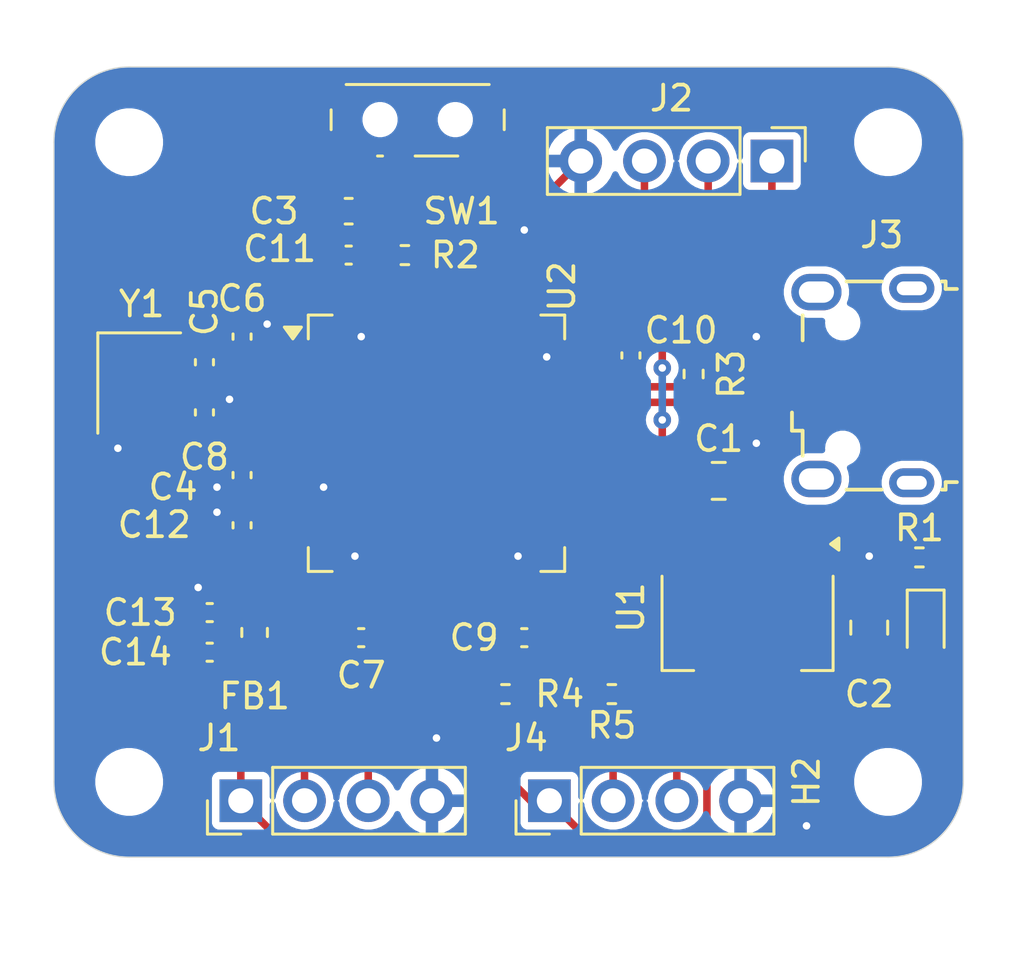
<source format=kicad_pcb>
(kicad_pcb (version 20240108) (generator "pcbnew") (generator_version "8.0")
  (layers (0 "F.Cu" signal) (31 "B.Cu" power) (34 "B.Paste" user) (35 "F.Paste" user) (36 "B.SilkS" user "B.Silkscreen") (37 "F.SilkS" user "F.Silkscreen") (38 "B.Mask" user) (39 "F.Mask" user) (44 "Edge.Cuts" user))
  (net 0 "")
  (net 1 "VBUS")
  (net 2 "GND")
  (net 3 "+3.3V")
  (net 4 "/NRST")
  (net 5 "/HSE_IN")
  (net 6 "/HSE_OUT")
  (net 7 "+3.3VA")
  (net 8 "/PWR_LED_K")
  (net 9 "/USART1_TX")
  (net 10 "/USART1_RX")
  (net 11 "/SWDIO")
  (net 12 "/SWCLK")
  (net 13 "/USB_D+")
  (net 16 "/USB_D-")
  (net 20 "/I2C3_SCL")
  (net 21 "/I2C3_SDA")
  (net 22 "/BOOT0")
  (net 23 "/SW_BOOT0")
  (footprint "Capacitor_SMD:C_0402_1005Metric" (layer "F.Cu") (at 102.96 125.33 180)
    (property "Reference" "C14" (at 2.96 0 0) (layer "F.SilkS"))
    (property "Value" "1u")
    (pad "1" smd roundrect (at -0.48 0 180) (size 0.56 0.62) (layers "F.Cu" "F.Paste" "F.Mask") (net 3 "+3.3V"))
    (pad "2" smd roundrect (at 0.48 0 180) (size 0.56 0.62) (layers "F.Cu" "F.Paste" "F.Mask") (net 2 "GND"))
  )
  (footprint "Resistor_SMD:R_0402_1005Metric" (layer "F.Cu") (at 122.25 114.24 90)
    (property "Reference" "R3" (at -0.01 1.5 -90) (layer "F.SilkS"))
    (property "Value" "1k5")
    (pad "1" smd roundrect (at -0.51 0 90) (size 0.54 0.64) (layers "F.Cu" "F.Paste" "F.Mask") (net 13 "/USB_D+"))
    (pad "2" smd roundrect (at 0.51 0 90) (size 0.54 0.64) (layers "F.Cu" "F.Paste" "F.Mask") (net 3 "+3.3V"))
  )
  (footprint "Capacitor_SMD:C_0402_1005Metric" (layer "F.Cu") (at 102.96 123.75 180)
    (property "Reference" "C13" (at 2.77 0 0) (layer "F.SilkS"))
    (property "Value" "1u")
    (pad "1" smd roundrect (at -0.48 0 180) (size 0.56 0.62) (layers "F.Cu" "F.Paste" "F.Mask") (net 7 "+3.3VA"))
    (pad "2" smd roundrect (at 0.48 0 180) (size 0.56 0.62) (layers "F.Cu" "F.Paste" "F.Mask") (net 2 "GND"))
  )
  (footprint "Capacitor_SMD:C_0402_1005Metric" (layer "F.Cu") (at 102.75 113.77 90)
    (property "Reference" "C5" (at 2.02 0 -90) (layer "F.SilkS"))
    (property "Value" "10p")
    (pad "1" smd roundrect (at -0.48 0 90) (size 0.56 0.62) (layers "F.Cu" "F.Paste" "F.Mask") (net 5 "/HSE_IN"))
    (pad "2" smd roundrect (at 0.48 0 90) (size 0.56 0.62) (layers "F.Cu" "F.Paste" "F.Mask") (net 2 "GND"))
  )
  (footprint "Inductor_SMD:L_0603_1608Metric" (layer "F.Cu") (at 104.75 124.5425 -90)
    (property "Reference" "FB1" (at 2.5375 0 180) (layer "F.SilkS"))
    (property "Value" "120R")
    (pad "1" smd roundrect (at -0.7875 0 270) (size 0.875 0.95) (layers "F.Cu" "F.Paste" "F.Mask") (net 7 "+3.3VA"))
    (pad "2" smd roundrect (at 0.7875 0 270) (size 0.875 0.95) (layers "F.Cu" "F.Paste" "F.Mask") (net 3 "+3.3V"))
  )
  (footprint "Resistor_SMD:R_0402_1005Metric" (layer "F.Cu") (at 114.75 127 180)
    (property "Reference" "R4" (at -2.16 0 0) (layer "F.SilkS"))
    (property "Value" "1k5")
    (pad "1" smd roundrect (at -0.51 0 180) (size 0.54 0.64) (layers "F.Cu" "F.Paste" "F.Mask") (net 20 "/I2C3_SCL"))
    (pad "2" smd roundrect (at 0.51 0 180) (size 0.54 0.64) (layers "F.Cu" "F.Paste" "F.Mask") (net 3 "+3.3V"))
  )
  (footprint "Capacitor_SMD:C_0603_1608Metric" (layer "F.Cu") (at 108.5 107.75)
    (property "Reference" "C3" (at -2.975 0 0) (layer "F.SilkS"))
    (property "Value" "10u")
    (pad "1" smd roundrect (at -0.775 0) (size 0.9 0.95) (layers "F.Cu" "F.Paste" "F.Mask") (net 3 "+3.3V"))
    (pad "2" smd roundrect (at 0.775 0) (size 0.9 0.95) (layers "F.Cu" "F.Paste" "F.Mask") (net 2 "GND"))
  )
  (footprint "Capacitor_SMD:C_0402_1005Metric" (layer "F.Cu") (at 115.5 124.75 180)
    (property "Reference" "C9" (at 2 0 180) (layer "F.SilkS"))
    (property "Value" "100n")
    (pad "1" smd roundrect (at -0.48 0 180) (size 0.56 0.62) (layers "F.Cu" "F.Paste" "F.Mask") (net 3 "+3.3V"))
    (pad "2" smd roundrect (at 0.48 0 180) (size 0.56 0.62) (layers "F.Cu" "F.Paste" "F.Mask") (net 2 "GND"))
  )
  (footprint "Capacitor_SMD:C_0402_1005Metric" (layer "F.Cu") (at 104.25 118.27 -90)
    (property "Reference" "C4" (at 0.48 2.75 0) (layer "F.SilkS"))
    (property "Value" "100n")
    (pad "1" smd roundrect (at -0.48 0 270) (size 0.56 0.62) (layers "F.Cu" "F.Paste" "F.Mask") (net 4 "/NRST"))
    (pad "2" smd roundrect (at 0.48 0 270) (size 0.56 0.62) (layers "F.Cu" "F.Paste" "F.Mask") (net 2 "GND"))
  )
  (footprint "Capacitor_SMD:C_0402_1005Metric" (layer "F.Cu") (at 102.75 115.77 90)
    (property "Reference" "C8" (at -1.78 0 0) (layer "F.SilkS"))
    (property "Value" "10p")
    (pad "1" smd roundrect (at -0.48 0 90) (size 0.56 0.62) (layers "F.Cu" "F.Paste" "F.Mask") (net 6 "/HSE_OUT"))
    (pad "2" smd roundrect (at 0.48 0 90) (size 0.56 0.62) (layers "F.Cu" "F.Paste" "F.Mask") (net 2 "GND"))
  )
  (footprint "Connector_PinHeader_2.54mm:PinHeader_1x04_P2.54mm_Vertical" (layer "F.Cu") (at 116.5 131.25 90)
    (property "Reference" "J4" (at 2.5 -0.92 180) (layer "F.SilkS"))
    (property "Value" "Conn_01x04_Pin")
    (pad "1" thru_hole rect (at 0 0 90) (size 1.7 1.7) (drill 1) (layers "*.Cu" "*.Mask") (net 3 "+3.3V"))
    (pad "2" thru_hole oval (at 0 2.54 90) (size 1.7 1.7) (drill 1) (layers "*.Cu" "*.Mask") (net 20 "/I2C3_SCL"))
    (pad "3" thru_hole oval (at 0 5.08 90) (size 1.7 1.7) (drill 1) (layers "*.Cu" "*.Mask") (net 21 "/I2C3_SDA"))
    (pad "4" thru_hole oval (at 0 7.62 90) (size 1.7 1.7) (drill 1) (layers "*.Cu" "*.Mask") (net 2 "GND"))
  )
  (footprint "Package_QFP:LQFP-64_10x10mm_P0.5mm" (layer "F.Cu") (at 112 117)
    (property "Reference" "U2" (at 5 -6.25 90) (layer "F.SilkS"))
    (property "Value" "STM32F302R8")
    (pad "1" smd roundrect (at -5.675 -3.75) (size 1.55 0.3) (layers "F.Cu" "F.Paste" "F.Mask") (net 3 "+3.3V"))
    (pad "2" smd roundrect (at -5.675 -3.25) (size 1.55 0.3) (layers "F.Cu" "F.Paste" "F.Mask"))
    (pad "3" smd roundrect (at -5.675 -2.75) (size 1.55 0.3) (layers "F.Cu" "F.Paste" "F.Mask"))
    (pad "4" smd roundrect (at -5.675 -2.25) (size 1.55 0.3) (layers "F.Cu" "F.Paste" "F.Mask"))
    (pad "5" smd roundrect (at -5.675 -1.75) (size 1.55 0.3) (layers "F.Cu" "F.Paste" "F.Mask") (net 5 "/HSE_IN"))
    (pad "6" smd roundrect (at -5.675 -1.25) (size 1.55 0.3) (layers "F.Cu" "F.Paste" "F.Mask") (net 6 "/HSE_OUT"))
    (pad "7" smd roundrect (at -5.675 -0.75) (size 1.55 0.3) (layers "F.Cu" "F.Paste" "F.Mask") (net 4 "/NRST"))
    (pad "8" smd roundrect (at -5.675 -0.25) (size 1.55 0.3) (layers "F.Cu" "F.Paste" "F.Mask"))
    (pad "9" smd roundrect (at -5.675 0.25) (size 1.55 0.3) (layers "F.Cu" "F.Paste" "F.Mask"))
    (pad "10" smd roundrect (at -5.675 0.75) (size 1.55 0.3) (layers "F.Cu" "F.Paste" "F.Mask"))
    (pad "11" smd roundrect (at -5.675 1.25) (size 1.55 0.3) (layers "F.Cu" "F.Paste" "F.Mask"))
    (pad "12" smd roundrect (at -5.675 1.75) (size 1.55 0.3) (layers "F.Cu" "F.Paste" "F.Mask") (net 2 "GND"))
    (pad "13" smd roundrect (at -5.675 2.25) (size 1.55 0.3) (layers "F.Cu" "F.Paste" "F.Mask") (net 7 "+3.3VA"))
    (pad "14" smd roundrect (at -5.675 2.75) (size 1.55 0.3) (layers "F.Cu" "F.Paste" "F.Mask"))
    (pad "15" smd roundrect (at -5.675 3.25) (size 1.55 0.3) (layers "F.Cu" "F.Paste" "F.Mask"))
    (pad "16" smd roundrect (at -5.675 3.75) (size 1.55 0.3) (layers "F.Cu" "F.Paste" "F.Mask"))
    (pad "17" smd roundrect (at -3.75 5.675) (size 0.3 1.55) (layers "F.Cu" "F.Paste" "F.Mask"))
    (pad "18" smd roundrect (at -3.25 5.675) (size 0.3 1.55) (layers "F.Cu" "F.Paste" "F.Mask") (net 2 "GND"))
    (pad "19" smd roundrect (at -2.75 5.675) (size 0.3 1.55) (layers "F.Cu" "F.Paste" "F.Mask") (net 3 "+3.3V"))
    (pad "20" smd roundrect (at -2.25 5.675) (size 0.3 1.55) (layers "F.Cu" "F.Paste" "F.Mask"))
    (pad "21" smd roundrect (at -1.75 5.675) (size 0.3 1.55) (layers "F.Cu" "F.Paste" "F.Mask"))
    (pad "22" smd roundrect (at -1.25 5.675) (size 0.3 1.55) (layers "F.Cu" "F.Paste" "F.Mask"))
    (pad "23" smd roundrect (at -0.75 5.675) (size 0.3 1.55) (layers "F.Cu" "F.Paste" "F.Mask"))
    (pad "24" smd roundrect (at -0.25 5.675) (size 0.3 1.55) (layers "F.Cu" "F.Paste" "F.Mask") (net 9 "/USART1_TX"))
    (pad "25" smd roundrect (at 0.25 5.675) (size 0.3 1.55) (layers "F.Cu" "F.Paste" "F.Mask") (net 10 "/USART1_RX"))
    (pad "26" smd roundrect (at 0.75 5.675) (size 0.3 1.55) (layers "F.Cu" "F.Paste" "F.Mask"))
    (pad "27" smd roundrect (at 1.25 5.675) (size 0.3 1.55) (layers "F.Cu" "F.Paste" "F.Mask"))
    (pad "28" smd roundrect (at 1.75 5.675) (size 0.3 1.55) (layers "F.Cu" "F.Paste" "F.Mask"))
    (pad "29" smd roundrect (at 2.25 5.675) (size 0.3 1.55) (layers "F.Cu" "F.Paste" "F.Mask"))
    (pad "30" smd roundrect (at 2.75 5.675) (size 0.3 1.55) (layers "F.Cu" "F.Paste" "F.Mask"))
    (pad "31" smd roundrect (at 3.25 5.675) (size 0.3 1.55) (layers "F.Cu" "F.Paste" "F.Mask") (net 2 "GND"))
    (pad "32" smd roundrect (at 3.75 5.675) (size 0.3 1.55) (layers "F.Cu" "F.Paste" "F.Mask") (net 3 "+3.3V"))
    (pad "33" smd roundrect (at 5.675 3.75) (size 1.55 0.3) (layers "F.Cu" "F.Paste" "F.Mask"))
    (pad "34" smd roundrect (at 5.675 3.25) (size 1.55 0.3) (layers "F.Cu" "F.Paste" "F.Mask"))
    (pad "35" smd roundrect (at 5.675 2.75) (size 1.55 0.3) (layers "F.Cu" "F.Paste" "F.Mask"))
    (pad "36" smd roundrect (at 5.675 2.25) (size 1.55 0.3) (layers "F.Cu" "F.Paste" "F.Mask"))
    (pad "37" smd roundrect (at 5.675 1.75) (size 1.55 0.3) (layers "F.Cu" "F.Paste" "F.Mask"))
    (pad "38" smd roundrect (at 5.675 1.25) (size 1.55 0.3) (layers "F.Cu" "F.Paste" "F.Mask"))
    (pad "39" smd roundrect (at 5.675 0.75) (size 1.55 0.3) (layers "F.Cu" "F.Paste" "F.Mask"))
    (pad "40" smd roundrect (at 5.675 0.25) (size 1.55 0.3) (layers "F.Cu" "F.Paste" "F.Mask"))
    (pad "41" smd roundrect (at 5.675 -0.25) (size 1.55 0.3) (layers "F.Cu" "F.Paste" "F.Mask") (net 20 "/I2C3_SCL"))
    (pad "42" smd roundrect (at 5.675 -0.75) (size 1.55 0.3) (layers "F.Cu" "F.Paste" "F.Mask") (net 21 "/I2C3_SDA"))
    (pad "43" smd roundrect (at 5.675 -1.25) (size 1.55 0.3) (layers "F.Cu" "F.Paste" "F.Mask"))
    (pad "44" smd roundrect (at 5.675 -1.75) (size 1.55 0.3) (layers "F.Cu" "F.Paste" "F.Mask") (net 16 "/USB_D-"))
    (pad "45" smd roundrect (at 5.675 -2.25) (size 1.55 0.3) (layers "F.Cu" "F.Paste" "F.Mask") (net 13 "/USB_D+"))
    (pad "46" smd roundrect (at 5.675 -2.75) (size 1.55 0.3) (layers "F.Cu" "F.Paste" "F.Mask") (net 11 "/SWDIO"))
    (pad "47" smd roundrect (at 5.675 -3.25) (size 1.55 0.3) (layers "F.Cu" "F.Paste" "F.Mask") (net 2 "GND"))
    (pad "48" smd roundrect (at 5.675 -3.75) (size 1.55 0.3) (layers "F.Cu" "F.Paste" "F.Mask") (net 3 "+3.3V"))
    (pad "49" smd roundrect (at 3.75 -5.675) (size 0.3 1.55) (layers "F.Cu" "F.Paste" "F.Mask") (net 12 "/SWCLK"))
    (pad "50" smd roundrect (at 3.25 -5.675) (size 0.3 1.55) (layers "F.Cu" "F.Paste" "F.Mask"))
    (pad "51" smd roundrect (at 2.75 -5.675) (size 0.3 1.55) (layers "F.Cu" "F.Paste" "F.Mask"))
    (pad "52" smd roundrect (at 2.25 -5.675) (size 0.3 1.55) (layers "F.Cu" "F.Paste" "F.Mask"))
    (pad "53" smd roundrect (at 1.75 -5.675) (size 0.3 1.55) (layers "F.Cu" "F.Paste" "F.Mask"))
    (pad "54" smd roundrect (at 1.25 -5.675) (size 0.3 1.55) (layers "F.Cu" "F.Paste" "F.Mask"))
    (pad "55" smd roundrect (at 0.75 -5.675) (size 0.3 1.55) (layers "F.Cu" "F.Paste" "F.Mask"))
    (pad "56" smd roundrect (at 0.25 -5.675) (size 0.3 1.55) (layers "F.Cu" "F.Paste" "F.Mask"))
    (pad "57" smd roundrect (at -0.25 -5.675) (size 0.3 1.55) (layers "F.Cu" "F.Paste" "F.Mask"))
    (pad "58" smd roundrect (at -0.75 -5.675) (size 0.3 1.55) (layers "F.Cu" "F.Paste" "F.Mask"))
    (pad "59" smd roundrect (at -1.25 -5.675) (size 0.3 1.55) (layers "F.Cu" "F.Paste" "F.Mask"))
    (pad "60" smd roundrect (at -1.75 -5.675) (size 0.3 1.55) (layers "F.Cu" "F.Paste" "F.Mask") (net 22 "/BOOT0"))
    (pad "61" smd roundrect (at -2.25 -5.675) (size 0.3 1.55) (layers "F.Cu" "F.Paste" "F.Mask"))
    (pad "62" smd roundrect (at -2.75 -5.675) (size 0.3 1.55) (layers "F.Cu" "F.Paste" "F.Mask"))
    (pad "63" smd roundrect (at -3.25 -5.675) (size 0.3 1.55) (layers "F.Cu" "F.Paste" "F.Mask") (net 2 "GND"))
    (pad "64" smd roundrect (at -3.75 -5.675) (size 0.3 1.55) (layers "F.Cu" "F.Paste" "F.Mask") (net 3 "+3.3V"))
  )
  (footprint "Resistor_SMD:R_0402_1005Metric" (layer "F.Cu") (at 118.99 127)
    (property "Reference" "R5" (at 0 1.25 0) (layer "F.SilkS"))
    (property "Value" "1k5")
    (pad "1" smd roundrect (at -0.51 0) (size 0.54 0.64) (layers "F.Cu" "F.Paste" "F.Mask") (net 21 "/I2C3_SDA"))
    (pad "2" smd roundrect (at 0.51 0) (size 0.54 0.64) (layers "F.Cu" "F.Paste" "F.Mask") (net 3 "+3.3V"))
  )
  (footprint "Capacitor_SMD:C_0402_1005Metric" (layer "F.Cu") (at 104.25 112.75 90)
    (property "Reference" "C6" (at 1.52 0 0) (layer "F.SilkS"))
    (property "Value" "100n")
    (pad "1" smd roundrect (at -0.48 0 90) (size 0.56 0.62) (layers "F.Cu" "F.Paste" "F.Mask") (net 3 "+3.3V"))
    (pad "2" smd roundrect (at 0.48 0 90) (size 0.56 0.62) (layers "F.Cu" "F.Paste" "F.Mask") (net 2 "GND"))
  )
  (footprint "Button_Switch_SMD:SW_SPDT_PCM12" (layer "F.Cu") (at 111.25 104.43 180)
    (property "Reference" "SW1" (at -1.75 -3.32 0) (layer "F.SilkS"))
    (property "Value" "SW_SPDT")
    (pad "" smd rect (at -3.65 -0.78 180) (size 1 0.8) (layers "F.Cu" "F.Paste" "F.Mask"))
    (pad "" smd rect (at -3.65 1.43 180) (size 1 0.8) (layers "F.Cu" "F.Paste" "F.Mask"))
    (pad "" np_thru_hole circle (at -1.5 0.33 180) (size 0.9 0.9) (drill 0.9) (layers "*.Cu" "*.Mask"))
    (pad "" np_thru_hole circle (at 1.5 0.33 180) (size 0.9 0.9) (drill 0.9) (layers "*.Cu" "*.Mask"))
    (pad "" smd rect (at 3.65 -0.78 180) (size 1 0.8) (layers "F.Cu" "F.Paste" "F.Mask"))
    (pad "" smd rect (at 3.65 1.43 180) (size 1 0.8) (layers "F.Cu" "F.Paste" "F.Mask"))
    (pad "1" smd rect (at -2.25 -1.43 180) (size 0.7 1.5) (layers "F.Cu" "F.Paste" "F.Mask") (net 2 "GND"))
    (pad "2" smd rect (at 0.75 -1.43 180) (size 0.7 1.5) (layers "F.Cu" "F.Paste" "F.Mask") (net 23 "/SW_BOOT0"))
    (pad "3" smd rect (at 2.25 -1.43 180) (size 0.7 1.5) (layers "F.Cu" "F.Paste" "F.Mask") (net 3 "+3.3V"))
  )
  (footprint "Connector_PinHeader_2.54mm:PinHeader_1x04_P2.54mm_Vertical" (layer "F.Cu") (at 125.37 105.75 -90)
    (property "Reference" "J2" (at -2.5 4 180) (layer "F.SilkS"))
    (property "Value" "Conn_01x04_Pin")
    (pad "1" thru_hole rect (at 0 0 270) (size 1.7 1.7) (drill 1) (layers "*.Cu" "*.Mask") (net 3 "+3.3V"))
    (pad "2" thru_hole oval (at 0 2.54 270) (size 1.7 1.7) (drill 1) (layers "*.Cu" "*.Mask") (net 11 "/SWDIO"))
    (pad "3" thru_hole oval (at 0 5.08 270) (size 1.7 1.7) (drill 1) (layers "*.Cu" "*.Mask") (net 12 "/SWCLK"))
    (pad "4" thru_hole oval (at 0 7.62 270) (size 1.7 1.7) (drill 1) (layers "*.Cu" "*.Mask") (net 2 "GND"))
  )
  (footprint "MountingHole:MountingHole_2.2mm_M2" (layer "F.Cu") (at 130 130.5)
    (property "Reference" "H2" (at -3.25 0 90) (layer "F.SilkS"))
    (property "Value" "MountingHole")
    (pad "" np_thru_hole circle (at 0 0) (size 2.2 2.2) (drill 2.2) (layers "*.Cu" "*.Mask"))
  )
  (footprint "Connector_PinHeader_2.54mm:PinHeader_1x04_P2.54mm_Vertical" (layer "F.Cu") (at 104.2 131.25 90)
    (property "Reference" "J1" (at 2.5 -0.87 180) (layer "F.SilkS"))
    (property "Value" "Conn_01x04_Pin")
    (pad "1" thru_hole rect (at 0 0 90) (size 1.7 1.7) (drill 1) (layers "*.Cu" "*.Mask") (net 3 "+3.3V"))
    (pad "2" thru_hole oval (at 0 2.54 90) (size 1.7 1.7) (drill 1) (layers "*.Cu" "*.Mask") (net 9 "/USART1_TX"))
    (pad "3" thru_hole oval (at 0 5.08 90) (size 1.7 1.7) (drill 1) (layers "*.Cu" "*.Mask") (net 10 "/USART1_RX"))
    (pad "4" thru_hole oval (at 0 7.62 90) (size 1.7 1.7) (drill 1) (layers "*.Cu" "*.Mask") (net 2 "GND"))
  )
  (footprint "Connector_USB:USB_Micro-B_Wuerth_629105150521" (layer "F.Cu") (at 128.995 114.7 90)
    (property "Reference" "J3" (at 6 0.755 180) (layer "F.SilkS"))
    (property "Value" "USB_B_Micro")
    (pad "" np_thru_hole oval (at -2.5 -0.8 90) (size 0.8 0.8) (drill 0.8) (layers "*.Cu" "*.Mask"))
    (pad "" np_thru_hole oval (at 2.5 -0.8 90) (size 0.8 0.8) (drill 0.8) (layers "*.Cu" "*.Mask"))
    (pad "1" smd rect (at -1.3 -1.9 90) (size 0.45 1.3) (layers "F.Cu" "F.Paste" "F.Mask") (net 1 "VBUS"))
    (pad "2" smd rect (at -0.65 -1.9 90) (size 0.45 1.3) (layers "F.Cu" "F.Paste" "F.Mask") (net 16 "/USB_D-"))
    (pad "3" smd rect (at 0 -1.9 90) (size 0.45 1.3) (layers "F.Cu" "F.Paste" "F.Mask") (net 13 "/USB_D+"))
    (pad "4" smd rect (at 0.65 -1.9 90) (size 0.45 1.3) (layers "F.Cu" "F.Paste" "F.Mask"))
    (pad "5" smd rect (at 1.3 -1.9 90) (size 0.45 1.3) (layers "F.Cu" "F.Paste" "F.Mask") (net 2 "GND"))
    (pad "6" thru_hole oval (at -3.875 1.95 90) (size 1.15 1.8) (drill oval 0.55 1.2) (layers "*.Cu" "*.Mask"))
    (pad "6" thru_hole oval (at -3.725 -1.85 90) (size 1.45 2) (drill oval 0.85 1.4) (layers "*.Cu" "*.Mask"))
    (pad "6" thru_hole oval (at 3.725 -1.85 90) (size 1.45 2) (drill oval 0.85 1.4) (layers "*.Cu" "*.Mask"))
    (pad "6" thru_hole oval (at 3.875 1.95 90) (size 1.15 1.8) (drill oval 0.55 1.2) (layers "*.Cu" "*.Mask"))
  )
  (footprint "Capacitor_SMD:C_0402_1005Metric" (layer "F.Cu") (at 104.25 120.27 90)
    (property "Reference" "C12" (at 0.02 -3.5 0) (layer "F.SilkS"))
    (property "Value" "10n")
    (pad "1" smd roundrect (at -0.48 0 90) (size 0.56 0.62) (layers "F.Cu" "F.Paste" "F.Mask") (net 7 "+3.3VA"))
    (pad "2" smd roundrect (at 0.48 0 90) (size 0.56 0.62) (layers "F.Cu" "F.Paste" "F.Mask") (net 2 "GND"))
  )
  (footprint "Crystal:Crystal_SMD_3225-4Pin_3.2x2.5mm" (layer "F.Cu") (at 100.15 114.6 -90)
    (property "Reference" "Y1" (at -3.15 -0.1 180) (layer "F.SilkS"))
    (property "Value" "16MHz")
    (pad "1" smd rect (at -1.1 0.85 270) (size 1.4 1.2) (layers "F.Cu" "F.Paste" "F.Mask") (net 5 "/HSE_IN"))
    (pad "2" smd rect (at 1.1 0.85 270) (size 1.4 1.2) (layers "F.Cu" "F.Paste" "F.Mask") (net 2 "GND"))
    (pad "3" smd rect (at 1.1 -0.85 270) (size 1.4 1.2) (layers "F.Cu" "F.Paste" "F.Mask") (net 6 "/HSE_OUT"))
    (pad "4" smd rect (at -1.1 -0.85 270) (size 1.4 1.2) (layers "F.Cu" "F.Paste" "F.Mask") (net 2 "GND"))
  )
  (footprint "LED_SMD:LED_0603_1608Metric" (layer "F.Cu") (at 131.5 124.3375 -90)
    (property "Reference" "D1")
    (property "Value" "RED")
    (pad "1" smd roundrect (at -0.7875 0 270) (size 0.875 0.95) (layers "F.Cu" "F.Paste" "F.Mask") (net 8 "/PWR_LED_K"))
    (pad "2" smd roundrect (at 0.7875 0 270) (size 0.875 0.95) (layers "F.Cu" "F.Paste" "F.Mask") (net 3 "+3.3V"))
  )
  (footprint "Package_TO_SOT_SMD:SOT-223-3_TabPin2" (layer "F.Cu") (at 124.4 124.15 -90)
    (property "Reference" "U1" (at -0.6 4.65 90) (layer "F.SilkS"))
    (property "Value" "AMS1117-3.3")
    (pad "1" smd roundrect (at -3.15 -2.3 270) (size 2 1.5) (layers "F.Cu" "F.Paste" "F.Mask") (net 2 "GND"))
    (pad "2" smd roundrect (at -3.15 0 270) (size 2 1.5) (layers "F.Cu" "F.Paste" "F.Mask") (net 3 "+3.3V"))
    (pad "2" smd roundrect (at 3.15 0 270) (size 2 3.8) (layers "F.Cu" "F.Paste" "F.Mask") (net 3 "+3.3V"))
    (pad "3" smd roundrect (at -3.15 2.3 270) (size 2 1.5) (layers "F.Cu" "F.Paste" "F.Mask") (net 1 "VBUS"))
  )
  (footprint "Capacitor_SMD:C_0402_1005Metric" (layer "F.Cu") (at 108.5 109.5)
    (property "Reference" "C11" (at -2.75 -0.25 0) (layer "F.SilkS"))
    (property "Value" "100n")
    (pad "1" smd roundrect (at -0.48 0) (size 0.56 0.62) (layers "F.Cu" "F.Paste" "F.Mask") (net 3 "+3.3V"))
    (pad "2" smd roundrect (at 0.48 0) (size 0.56 0.62) (layers "F.Cu" "F.Paste" "F.Mask") (net 2 "GND"))
  )
  (footprint "MountingHole:MountingHole_2.2mm_M2" (layer "F.Cu") (at 130 105)
    (property "Reference" "H3")
    (property "Value" "MountingHole")
    (pad "" np_thru_hole circle (at 0 0) (size 2.2 2.2) (drill 2.2) (layers "*.Cu" "*.Mask"))
  )
  (footprint "Resistor_SMD:R_0402_1005Metric" (layer "F.Cu") (at 131.25 121.55)
    (property "Reference" "R1" (at 0 -1.17 0) (layer "F.SilkS"))
    (property "Value" "1k5")
    (pad "1" smd roundrect (at -0.51 0) (size 0.54 0.64) (layers "F.Cu" "F.Paste" "F.Mask") (net 2 "GND"))
    (pad "2" smd roundrect (at 0.51 0) (size 0.54 0.64) (layers "F.Cu" "F.Paste" "F.Mask") (net 8 "/PWR_LED_K"))
  )
  (footprint "Capacitor_SMD:C_0402_1005Metric" (layer "F.Cu") (at 109 124.75 180)
    (property "Reference" "C7" (at 0 -1.5 180) (layer "F.SilkS"))
    (property "Value" "100n")
    (pad "1" smd roundrect (at -0.48 0 180) (size 0.56 0.62) (layers "F.Cu" "F.Paste" "F.Mask") (net 3 "+3.3V"))
    (pad "2" smd roundrect (at 0.48 0 180) (size 0.56 0.62) (layers "F.Cu" "F.Paste" "F.Mask") (net 2 "GND"))
  )
  (footprint "MountingHole:MountingHole_2.2mm_M2" (layer "F.Cu") (at 99.75 105)
    (property "Reference" "H4")
    (property "Value" "MountingHole")
    (pad "" np_thru_hole circle (at 0 0) (size 2.2 2.2) (drill 2.2) (layers "*.Cu" "*.Mask"))
  )
  (footprint "Capacitor_SMD:C_0402_1005Metric" (layer "F.Cu") (at 119.75 113.5 -90)
    (property "Reference" "C10" (at -1 -2 180) (layer "F.SilkS"))
    (property "Value" "100n")
    (pad "1" smd roundrect (at -0.48 0 270) (size 0.56 0.62) (layers "F.Cu" "F.Paste" "F.Mask") (net 3 "+3.3V"))
    (pad "2" smd roundrect (at 0.48 0 270) (size 0.56 0.62) (layers "F.Cu" "F.Paste" "F.Mask") (net 2 "GND"))
  )
  (footprint "Capacitor_SMD:C_0805_2012Metric" (layer "F.Cu") (at 123.25 118.5)
    (property "Reference" "C1" (at 0 -1.68 0) (layer "F.SilkS"))
    (property "Value" "22u")
    (pad "1" smd roundrect (at -0.95 0) (size 1 1.45) (layers "F.Cu" "F.Paste" "F.Mask") (net 1 "VBUS"))
    (pad "2" smd roundrect (at 0.95 0) (size 1 1.45) (layers "F.Cu" "F.Paste" "F.Mask") (net 2 "GND"))
  )
  (footprint "Resistor_SMD:R_0402_1005Metric" (layer "F.Cu") (at 110.74 109.5 180)
    (property "Reference" "R2" (at -2.01 0 0) (layer "F.SilkS"))
    (property "Value" "10k")
    (pad "1" smd roundrect (at -0.51 0 180) (size 0.54 0.64) (layers "F.Cu" "F.Paste" "F.Mask") (net 23 "/SW_BOOT0"))
    (pad "2" smd roundrect (at 0.51 0 180) (size 0.54 0.64) (layers "F.Cu" "F.Paste" "F.Mask") (net 22 "/BOOT0"))
  )
  (footprint "Capacitor_SMD:C_0805_2012Metric" (layer "F.Cu") (at 129.25 124.35 90)
    (property "Reference" "C2" (at -2.65 0 180) (layer "F.SilkS"))
    (property "Value" "22u")
    (pad "1" smd roundrect (at -0.95 0 90) (size 1 1.45) (layers "F.Cu" "F.Paste" "F.Mask") (net 3 "+3.3V"))
    (pad "2" smd roundrect (at 0.95 0 90) (size 1 1.45) (layers "F.Cu" "F.Paste" "F.Mask") (net 2 "GND"))
  )
  (footprint "MountingHole:MountingHole_2.2mm_M2" (layer "F.Cu") (at 99.75 130.5)
    (property "Reference" "H1")
    (property "Value" "MountingHole")
    (pad "" np_thru_hole circle (at 0 0) (size 2.2 2.2) (drill 2.2) (layers "*.Cu" "*.Mask"))
  )
  (gr_line (start 133 130.5) (end 133 105) (stroke (width 0.05)) (layer "Edge.Cuts"))
  (gr_arc (start 99.75 133.5) (mid 97.62868 132.62132) (end 96.75 130.5) (stroke (width 0.05)) (layer "Edge.Cuts"))
  (gr_arc (start 96.75 105) (mid 97.62868 102.87868) (end 99.75 102) (stroke (width 0.05)) (layer "Edge.Cuts"))
  (gr_line (start 130 102) (end 99.75 102) (stroke (width 0.05)) (layer "Edge.Cuts"))
  (gr_arc (start 130 102) (mid 132.12132 102.87868) (end 133 105) (stroke (width 0.05)) (layer "Edge.Cuts"))
  (gr_arc (start 133 130.5) (mid 132.12132 132.62132) (end 130 133.5) (stroke (width 0.05)) (layer "Edge.Cuts"))
  (gr_line (start 99.75 133.5) (end 130 133.5) (stroke (width 0.05)) (layer "Edge.Cuts"))
  (gr_line (start 96.75 105) (end 96.75 130.5) (stroke (width 0.05)) (layer "Edge.Cuts"))
  (segment (start 127.095 116) (end 122.5 116) (width 0.3) (layer "F.Cu") (net 1))
  (segment (start 122.3 118.5) (end 122.3 119.7) (width 0.3) (layer "F.Cu") (net 1))
  (segment (start 122.25 116.25) (end 122.25 116.75) (width 0.3) (layer "F.Cu") (net 1))
  (segment (start 122.1 119.9) (end 122.1 121.25) (width 0.3) (layer "F.Cu") (net 1))
  (segment (start 122.5 116) (end 122.25 116.25) (width 0.3) (layer "F.Cu") (net 1))
  (segment (start 122.25 116.75) (end 122.3 116.8) (width 0.3) (layer "F.Cu") (net 1))
  (segment (start 122.3 116.8) (end 122.3 118.5) (width 0.3) (layer "F.Cu") (net 1))
  (segment (start 122.3 119.7) (end 122.1 119.9) (width 0.3) (layer "F.Cu") (net 1))
  (segment (start 124.2 118.5) (end 124.2 117.55) (width 0.3) (layer "F.Cu") (net 2))
  (segment (start 117.675 113.75) (end 118.75 113.75) (width 0.3) (layer "F.Cu") (net 2))
  (segment (start 108.98 110.21688) (end 108.98 109.5) (width 0.3) (layer "F.Cu") (net 2))
  (segment (start 129.3 121.8) (end 129.25 121.75) (width 0.3) (layer "F.Cu") (net 2))
  (segment (start 103.71 115.29) (end 103.75 115.25) (width 0.3) (layer "F.Cu") (net 2))
  (segment (start 103.77 112.27) (end 104.25 112.27) (width 0.3) (layer "F.Cu") (net 2))
  (segment (start 108.75 111.325) (end 108.75 112.5) (width 0.3) (layer "F.Cu") (net 2))
  (segment (start 126.75 132) (end 126.75 132.25) (width 0.3) (layer "F.Cu") (net 2))
  (segment (start 106.325 118.75) (end 107.5 118.75) (width 0.3) (layer "F.Cu") (net 2))
  (segment (start 115.25 122.675) (end 115.25 121.5) (width 0.3) (layer "F.Cu") (net 2))
  (segment (start 129.25 123.15) (end 129.25 121.5) (width 0.3) (layer "F.Cu") (net 2))
  (segment (start 113.5 105.86) (end 113.61 105.86) (width 0.3) (layer "F.Cu") (net 2))
  (segment (start 108.75 122.675) (end 108.75 121.5) (width 0.3) (layer "F.Cu") (net 2))
  (segment (start 115.625 107.875) (end 115.5 108) (width 0.3) (layer "F.Cu") (net 2))
  (segment (start 126 131.25) (end 126.5 131.75) (width 0.3) (layer "F.Cu") (net 2))
  (segment (start 108.52 124.02) (end 108.52 124.75) (width 0.3) (layer "F.Cu") (net 2))
  (segment (start 102.75 113.29) (end 103.77 112.27) (width 0.3) (layer "F.Cu") (net 2))
  (segment (start 108.5 124) (end 108.52 124.02) (width 0.3) (layer "F.Cu") (net 2))
  (segment (start 102.75 115.29) (end 103.71 115.29) (width 0.3) (layer "F.Cu") (net 2))
  (segment (start 126.5 131.75) (end 126.75 132) (width 0.3) (layer "F.Cu") (net 2))
  (segment (start 116.585394 113.75) (end 116.393537 113.558143) (width 0.3) (layer "F.Cu") (net 2))
  (segment (start 108.75 122.675) (end 108.75 123.75) (width 0.3) (layer "F.Cu") (net 2))
  (segment (start 99.3 115.7) (end 99.3 117.2) (width 0.3) (layer "F.Cu") (net 2))
  (segment (start 115.5 108) (end 115.5 108.5) (width 0.3) (layer "F.Cu") (net 2))
  (segment (start 99.25 117.25) (end 99.3 117.2) (width 0.3) (layer "F.Cu") (net 2))
  (segment (start 115 124) (end 115.02 124.02) (width 0.3) (layer "F.Cu") (net 2))
  (segment (start 119 114) (end 119.02 113.98) (width 0.3) (layer "F.Cu") (net 2))
  (segment (start 104.25 112.27) (end 105.23 112.27) (width 0.3) (layer "F.Cu") (net 2))
  (segment (start 108.75 110.44688) (end 108.98 110.21688) (width 0.3) (layer "F.Cu") (net 2))
  (segment (start 103.29 119.79) (end 103.25 119.75) (width 0.3) (layer "F.Cu") (net 2))
  (segment (start 102.48 125.33) (end 102.48 123.75) (width 0.3) (layer "F.Cu") (net 2))
  (segment (start 117.75 105.75) (end 115.625 107.875) (width 0.3) (layer "F.Cu") (net 2))
  (segment (start 124.2 117.55) (end 124.75 117) (width 0.3) (layer "F.Cu") (net 2))
  (segment (start 108.98 109.02) (end 109.275 108.725) (width 0.3) (layer "F.Cu") (net 2))
  (segment (start 124.12 131.25) (end 126 131.25) (width 0.3) (layer "F.Cu") (net 2))
  (segment (start 108.75 112.5) (end 109 112.75) (width 0.3) (layer "F.Cu") (net 2))
  (segment (start 102.48 122.77) (end 102.5 122.75) (width 0.3) (layer "F.Cu") (net 2))
  (segment (start 111.82 128.93) (end 112 128.75) (width 0.3) (layer "F.Cu") (net 2))
  (segment (start 111.82 131.25) (end 111.82 128.93) (width 0.3) (layer "F.Cu") (net 2))
  (segment (start 113.61 105.86) (end 115.625 107.875) (width 0.3) (layer "F.Cu") (net 2))
  (segment (start 104.25 118.75) (end 103.25 118.75) (width 0.3) (layer "F.Cu") (net 2))
  (segment (start 105.23 112.27) (end 105.25 112.25) (width 0.3) (layer "F.Cu") (net 2))
  (segment (start 109.275 108.725) (end 109.275 107.75) (width 0.3) (layer "F.Cu") (net 2))
  (segment (start 101.21 113.29) (end 101 113.5) (width 0.3) (layer "F.Cu") (net 2))
  (segment (start 126.7 121) (end 128.75 121) (width 0.3) (layer "F.Cu") (net 2))
  (segment (start 125.4 113.4) (end 124.75 112.75) (width 0.3) (layer "F.Cu") (net 2))
  (segment (start 117.675 113.75) (end 116.585394 113.75) (width 0.3) (layer "F.Cu") (net 2))
  (segment (start 108.98 109.5) (end 108.98 109.02) (width 0.3) (layer "F.Cu") (net 2))
  (segment (start 102.75 113.29) (end 101.21 113.29) (width 0.3) (layer "F.Cu") (net 2))
  (segment (start 130.74 121.55) (end 129.3 121.55) (width 0.3) (layer "F.Cu") (net 2))
  (segment (start 115.25 122.675) (end 115.25 123.75) (width 0.3) (layer "F.Cu") (net 2))
  (segment (start 108.75 123.75) (end 108.5 124) (width 0.3) (layer "F.Cu") (net 2))
  (segment (start 115.02 124.02) (end 115.02 124.75) (width 0.3) (layer "F.Cu") (net 2))
  (segment (start 127.095 113.4) (end 125.4 113.4) (width 0.3) (layer "F.Cu") (net 2))
  (segment (start 108.75 111.325) (end 108.75 110.44688) (width 0.3) (layer "F.Cu") (net 2))
  (segment (start 104.25 119.79) (end 103.29 119.79) (width 0.3) (layer "F.Cu") (net 2))
  (segment (start 102.48 123.75) (end 102.48 122.77) (width 0.3) (layer "F.Cu") (net 2))
  (segment (start 118.75 113.75) (end 119 114) (width 0.3) (layer "F.Cu") (net 2))
  (segment (start 115.25 123.75) (end 115 124) (width 0.3) (layer "F.Cu") (net 2))
  (segment (start 128.75 121) (end 129.25 121.5) (width 0.3) (layer "F.Cu") (net 2))
  (segment (start 119.02 113.98) (end 119.75 113.98) (width 0.3) (layer "F.Cu") (net 2))
  (via (at 129.25 121.5) (size 0.7) (drill 0.3) (layers "F.Cu" "B.Cu") (net 2))
  (via (at 112 128.75) (size 0.7) (drill 0.3) (layers "F.Cu" "B.Cu") (net 2))
  (via (at 115.25 121.5) (size 0.7) (drill 0.3) (layers "F.Cu" "B.Cu") (net 2))
  (via (at 105.25 112.25) (size 0.7) (drill 0.3) (layers "F.Cu" "B.Cu") (net 2))
  (via (at 126.75 132.25) (size 0.7) (drill 0.3) (layers "F.Cu" "B.Cu") (net 2))
  (via (at 103.25 118.75) (size 0.7) (drill 0.3) (layers "F.Cu" "B.Cu") (net 2))
  (via (at 124.75 112.75) (size 0.7) (drill 0.3) (layers "F.Cu" "B.Cu") (net 2))
  (via (at 116.393537 113.558143) (size 0.7) (drill 0.3) (layers "F.Cu" "B.Cu") (net 2))
  (via (at 124.75 117) (size 0.7) (drill 0.3) (layers "F.Cu" "B.Cu") (net 2))
  (via (at 108.75 121.5) (size 0.7) (drill 0.3) (layers "F.Cu" "B.Cu") (net 2))
  (via (at 103.25 119.75) (size 0.7) (drill 0.3) (layers "F.Cu" "B.Cu") (net 2))
  (via (at 99.3 117.2) (size 0.7) (drill 0.3) (layers "F.Cu" "B.Cu") (net 2))
  (via (at 102.5 122.75) (size 0.7) (drill 0.3) (layers "F.Cu" "B.Cu") (net 2))
  (via (at 103.75 115.25) (size 0.7) (drill 0.3) (layers "F.Cu" "B.Cu") (net 2))
  (via (at 107.5 118.75) (size 0.7) (drill 0.3) (layers "F.Cu" "B.Cu") (net 2))
  (via (at 109 112.75) (size 0.7) (drill 0.3) (layers "F.Cu" "B.Cu") (net 2))
  (via (at 115.5 108.5) (size 0.7) (drill 0.3) (layers "F.Cu" "B.Cu") (net 2))
  (segment (start 107.25 113.25) (end 107.875 112.625) (width 0.3) (layer "F.Cu") (net 3))
  (segment (start 124 128.75) (end 122.5 128.75) (width 0.3) (layer "F.Cu") (net 3))
  (segment (start 119.5 127.75) (end 119.5 127) (width 0.3) (layer "F.Cu") (net 3))
  (segment (start 104.75 128.25) (end 104.5 128.5) (width 0.3) (layer "F.Cu") (net 3))
  (segment (start 121.54 113.02) (end 122.25 113.73) (width 0.3) (layer "F.Cu") (net 3))
  (segment (start 122.78 132.47) (end 122.5 132.75) (width 0.3) (layer "F.Cu") (net 3))
  (segment (start 104.25 113.23) (end 106.305 113.23) (width 0.3) (layer "F.Cu") (net 3))
  (segment (start 107.725 107.135) (end 109 105.86) (width 0.3) (layer "F.Cu") (net 3))
  (segment (start 106.305 113.23) (end 106.325 113.25) (width 0.3) (layer "F.Cu") (net 3))
  (segment (start 109.25 122.675) (end 109.25 123.75) (width 0.3) (layer "F.Cu") (net 3))
  (segment (start 115.75 131.25) (end 116.5 131.25) (width 0.3) (layer "F.Cu") (net 3))
  (segment (start 119.25 113) (end 119.27 113.02) (width 0.3) (layer "F.Cu") (net 3))
  (segment (start 116 124) (end 116 124.73) (width 0.3) (layer "F.Cu") (net 3))
  (segment (start 121 113.02) (end 121.54 113.02) (width 0.3) (layer "F.Cu") (net 3))
  (segment (start 108.25 113) (end 108.25 120.75) (width 0.3) (layer "F.Cu") (net 3))
  (segment (start 109.48 125.059999) (end 107.02 127.52) (width 0.3) (layer "F.Cu") (net 3))
  (segment (start 108.25 110.5) (end 108 110.25) (width 0.3) (layer "F.Cu") (net 3))
  (segment (start 120 127) (end 119.5 127) (width 0.3) (layer "F.Cu") (net 3))
  (segment (start 114.24 129) (end 114.24 131.76) (width 0.3) (layer "F.Cu") (net 3))
  (segment (start 114.25 127) (end 114.25 126.542893) (width 0.3) (layer "F.Cu") (net 3))
  (segment (start 119 113) (end 119.25 113) (width 0.3) (layer "F.Cu") (net 3))
  (segment (start 114.25 126.542893) (end 115.98 124.812893) (width 0.3) (layer "F.Cu") (net 3))
  (segment (start 109.48 124.75) (end 109.48 125.059999) (width 0.3) (layer "F.Cu") (net 3))
  (segment (start 107.875 112.625) (end 108.25 113) (width 0.3) (layer "F.Cu") (net 3))
  (segment (start 114.24 127) (end 114.24 129) (width 0.3) (layer "F.Cu") (net 3))
  (segment (start 120.5 126.75) (end 120.25 126.75) (width 0.3) (layer "F.Cu") (net 3))
  (segment (start 106.325 113.25) (end 107.25 113.25) (width 0.3) (layer "F.Cu") (net 3))
  (segment (start 104.75 125.33) (end 103.44 125.33) (width 0.3) (layer "F.Cu") (net 3))
  (segment (start 119.27 113.02) (end 119.75 113.02) (width 0.3) (layer "F.Cu") (net 3))
  (segment (start 115.75 122.675) (end 115.75 123.75) (width 0.3) (layer "F.Cu") (net 3))
  (segment (start 119.75 113.02) (end 121 113.02) (width 0.3) (layer "F.Cu") (net 3))
  (segment (start 104.75 125.33) (end 104.75 128.25) (width 0.3) (layer "F.Cu") (net 3))
  (segment (start 107.725 107.75) (end 107.725 107.135) (width 0.3) (layer "F.Cu") (net 3))
  (segment (start 121 116.07) (end 121 119.5) (width 0.3) (layer "F.Cu") (net 3))
  (segment (start 114.24 130.24) (end 114.5 130.5) (width 0.3) (layer "F.Cu") (net 3))
  (segment (start 122.5 132.75) (end 118 132.75) (width 0.3) (layer "F.Cu") (net 3))
  (segment (start 118 132.75) (end 116.5 131.25) (width 0.3) (layer "F.Cu") (net 3))
  (segment (start 114.5 130.5) (end 115 130.5) (width 0.3) (layer "F.Cu") (net 3))
  (segment (start 120.5 120) (end 120.5 126.75) (width 0.3) (layer "F.Cu") (net 3))
  (segment (start 124.4 128.35) (end 124 128.75) (width 0.3) (layer "F.Cu") (net 3))
  (segment (start 114.24 129) (end 114.24 130.24) (width 0.3) (layer "F.Cu") (net 3))
  (segment (start 125.37 107.63) (end 125.37 105.75) (width 0.3) (layer "F.Cu") (net 3))
  (segment (start 120.5 128.75) (end 119.5 127.75) (width 0.3) (layer "F.Cu") (net 3))
  (segment (start 107.875 112.625) (end 108.25 112.25) (width 0.3) (layer "F.Cu") (net 3))
  (segment (start 122.135 110.615) (end 124.75 108) (width 0.3) (layer "F.Cu") (net 3))
  (segment (start 121 119.5) (end 120.5 120) (width 0.3) (layer "F.Cu") (net 3))
  (segment (start 124.4 127.3) (end 124.4 128.35) (width 0.3) (layer "F.Cu") (net 3))
  (segment (start 104.5 128.5) (end 104.2 128.8) (width 0.3) (layer "F.Cu") (net 3))
  (segment (start 114.24 127) (end 114.25 127) (width 0.3) (layer "F.Cu") (net 3))
  (segment (start 122.5 128.75) (end 122.78 129.03) (width 0.3) (layer "F.Cu") (net 3))
  (segment (start 106.039999 128.5) (end 104.5 128.5) (width 0.3) (layer "F.Cu") (net 3))
  (segment (start 120.25 126.75) (end 120 127) (width 0.3) (layer "F.Cu") (net 3))
  (segment (start 125.25 107.75) (end 125.37 107.63) (width 0.3) (layer "F.Cu") (net 3))
  (segment (start 109.48 124.02) (end 109.48 124.75) (width 0.3) (layer "F.Cu") (net 3))
  (segment (start 108.02 110.23) (end 108.02 109.5) (width 0.3) (layer "F.Cu") (net 3))
  (segment (start 113 133) (end 105.95 133) (width 0.3) (layer "F.Cu") (net 3))
  (segment (start 117.675 113.25) (end 118.75 113.25) (width 0.3) (layer "F.Cu") (net 3))
  (segment (start 108.25 120.75) (end 107.02 121.98) (width 0.3) (layer "F.Cu") (net 3))
  (segment (start 114.24 131.76) (end 113 133) (width 0.3) (layer "F.Cu") (net 3))
  (segment (start 122.25 113.73) (end 122.135 113.615) (width 0.3) (layer "F.Cu") (net 3))
  (segment (start 108.02 109.5) (end 108.02 109.02) (width 0.3) (layer "F.Cu") (net 3))
  (segment (start 107.02 121.98) (end 107.02 127.52) (width 0.3) (layer "F.Cu") (net 3))
  (segment (start 124.75 108) (end 125.25 108) (width 0.3) (layer "F.Cu") (net 3))
  (segment (start 116 124.73) (end 115.98 124.75) (width 0.3) (layer "F.Cu") (net 3))
  (segment (start 125.25 108) (end 125.25 107.75) (width 0.3) (layer "F.Cu") (net 3))
  (segment (start 108.25 112.25) (end 108.25 111.325) (width 0.3) (layer "F.Cu") (net 3))
  (segment (start 107.02 127.52) (end 106.039999 128.5) (width 0.3) (layer "F.Cu") (net 3))
  (segment (start 108.02 109.02) (end 107.725 108.725) (width 0.3) (layer "F.Cu") (net 3))
  (segment (start 105.95 133) (end 104.2 131.25) (width 0.3) (layer "F.Cu") (net 3))
  (segment (start 121 113.02) (end 121 114) (width 0.3) (layer "F.Cu") (net 3))
  (segment (start 115 130.5) (end 115.75 131.25) (width 0.3) (layer "F.Cu") (net 3))
  (segment (start 108.25 111.325) (end 108.25 110.5) (width 0.3) (layer "F.Cu") (net 3))
  (segment (start 104.2 128.8) (end 104.2 131.25) (width 0.3) (layer "F.Cu") (net 3))
  (segment (start 122.5 128.75) (end 120.5 128.75) (width 0.3) (layer "F.Cu") (net 3))
  (segment (start 108 110.25) (end 108.02 110.23) (width 0.3) (layer "F.Cu") (net 3))
  (segment (start 109.25 123.75) (end 109.5 124) (width 0.3) (layer "F.Cu") (net 3))
  (segment (start 107.725 108.725) (end 107.725 107.75) (width 0.3) (layer "F.Cu") (net 3))
  (segment (start 122.78 129.03) (end 122.78 132.47) (width 0.3) (layer "F.Cu") (net 3))
  (segment (start 118.75 113.25) (end 119 113) (width 0.3) (layer "F.Cu") (net 3))
  (segment (start 115.75 123.75) (end 116 124) (width 0.3) (layer "F.Cu") (net 3))
  (segment (start 115.98 124.812893) (end 115.98 124.75) (width 0.3) (layer "F.Cu") (net 3))
  (segment (start 109.5 124) (end 109.48 124.02) (width 0.3) (layer "F.Cu") (net 3))
  (segment (start 122.135 113.615) (end 122.135 110.615) (width 0.3) (layer "F.Cu") (net 3))
  (via (at 121 114) (size 0.7) (drill 0.3) (layers "F.Cu" "B.Cu") (net 3))
  (via (at 121 116.07) (size 0.7) (drill 0.3) (layers "F.Cu" "B.Cu") (net 3))
  (segment (start 121 114) (end 121 116.07) (width 0.3) (layer "B.Cu") (net 3))
  (segment (start 104.25 117.79) (end 104.25 117) (width 0.3) (layer "F.Cu") (net 4))
  (segment (start 105.207106 116.25) (end 106.325 116.25) (width 0.3) (layer "F.Cu") (net 4))
  (segment (start 104.457106 117) (end 105.207106 116.25) (width 0.3) (layer "F.Cu") (net 4))
  (segment (start 104.25 117) (end 104.457106 117) (width 0.3) (layer "F.Cu") (net 4))
  (segment (start 100.05 114.55) (end 99.3 113.8) (width 0.3) (layer "F.Cu") (net 5))
  (segment (start 102.75 114.25) (end 102.5 114.25) (width 0.3) (layer "F.Cu") (net 5))
  (segment (start 102.5 114.25) (end 102.2 114.55) (width 0.3) (layer "F.Cu") (net 5))
  (segment (start 104 114.25) (end 102.75 114.25) (width 0.3) (layer "F.Cu") (net 5))
  (segment (start 106.325 115.25) (end 105 115.25) (width 0.3) (layer "F.Cu") (net 5))
  (segment (start 99.3 113.8) (end 99.3 113.5) (width 0.3) (layer "F.Cu") (net 5))
  (segment (start 102.2 114.55) (end 100.05 114.55) (width 0.3) (layer "F.Cu") (net 5))
  (segment (start 105 115.25) (end 104 114.25) (width 0.3) (layer "F.Cu") (net 5))
  (segment (start 101.7 115.7) (end 101 115.7) (width 0.3) (layer "F.Cu") (net 6))
  (segment (start 102.25 116.25) (end 101.7 115.7) (width 0.3) (layer "F.Cu") (net 6))
  (segment (start 102.75 116.25) (end 102.25 116.25) (width 0.3) (layer "F.Cu") (net 6))
  (segment (start 104.5 116.25) (end 102.75 116.25) (width 0.3) (layer "F.Cu") (net 6))
  (segment (start 106.325 115.75) (end 105 115.75) (width 0.3) (layer "F.Cu") (net 6))
  (segment (start 105 115.75) (end 104.5 116.25) (width 0.3) (layer "F.Cu") (net 6))
  (segment (start 104.25 120.75) (end 104.375 120.875) (width 0.3) (layer "F.Cu") (net 7))
  (segment (start 104.375 120.82188) (end 105.2 119.99688) (width 0.3) (layer "F.Cu") (net 7))
  (segment (start 104.75 123.755) (end 104.75 121.25) (width 0.3) (layer "F.Cu") (net 7))
  (segment (start 104.375 120.875) (end 104.375 120.82188) (width 0.3) (layer "F.Cu") (net 7))
  (segment (start 105.44688 119.25) (end 106.325 119.25) (width 0.3) (layer "F.Cu") (net 7))
  (segment (start 103.44 123.75) (end 104.745 123.75) (width 0.3) (layer "F.Cu") (net 7))
  (segment (start 105.2 119.49688) (end 105.44688 119.25) (width 0.3) (layer "F.Cu") (net 7))
  (segment (start 105.2 119.99688) (end 105.2 119.49688) (width 0.3) (layer "F.Cu") (net 7))
  (segment (start 104.75 121.25) (end 104.25 120.75) (width 0.3) (layer "F.Cu") (net 7))
  (segment (start 104.745 123.75) (end 104.75 123.755) (width 0.3) (layer "F.Cu") (net 7))
  (segment (start 131.5 121.81) (end 131.76 121.55) (width 0.3) (layer "F.Cu") (net 8))
  (segment (start 131.5 123.55) (end 131.5 121.81) (width 0.3) (layer "F.Cu") (net 8))
  (segment (start 106.74 129.26) (end 106.74 131.25) (width 0.3) (layer "F.Cu") (net 9))
  (segment (start 111.75 124.25) (end 106.74 129.26) (width 0.3) (layer "F.Cu") (net 9))
  (segment (start 111.75 122.675) (end 111.75 124.25) (width 0.3) (layer "F.Cu") (net 9))
  (segment (start 109.25 128) (end 112.25 125) (width 0.3) (layer "F.Cu") (net 10))
  (segment (start 109.28 131.25) (end 109.28 128.03) (width 0.3) (layer "F.Cu") (net 10))
  (segment (start 112.25 125) (end 112.25 122.675) (width 0.3) (layer "F.Cu") (net 10))
  (segment (start 116.741857 114.258143) (end 116.75 114.25) (width 0.3) (layer "F.Cu") (net 11))
  (segment (start 122.83 108.17) (end 119 112) (width 0.3) (layer "F.Cu") (net 11))
  (segment (start 116.75 114.25) (end 117.675 114.25) (width 0.3) (layer "F.Cu") (net 11))
  (segment (start 115.5 113.46173) (end 115.5 114.25) (width 0.3) (layer "F.Cu") (net 11))
  (segment (start 117.675 114.25) (end 116.5 114.25) (width 0.3) (layer "F.Cu") (net 11))
  (segment (start 119 112) (end 117 112) (width 0.3) (layer "F.Cu") (net 11))
  (segment (start 117 112) (end 116.25 112.75) (width 0.3) (layer "F.Cu") (net 11))
  (segment (start 116.25 112.75) (end 116.21173 112.75) (width 0.3) (layer "F.Cu") (net 11))
  (segment (start 116.21173 112.75) (end 115.5 113.46173) (width 0.3) (layer "F.Cu") (net 11))
  (segment (start 115.508143 114.258143) (end 116.741857 114.258143) (width 0.3) (layer "F.Cu") (net 11))
  (segment (start 115.5 114.25) (end 115.508143 114.258143) (width 0.3) (layer "F.Cu") (net 11))
  (segment (start 122.83 105.75) (end 122.83 108.17) (width 0.3) (layer "F.Cu") (net 11))
  (segment (start 119.25 108.5) (end 120.29 107.46) (width 0.3) (layer "F.Cu") (net 12))
  (segment (start 115.75 109.75) (end 117 108.5) (width 0.3) (layer "F.Cu") (net 12))
  (segment (start 115.75 111.325) (end 115.75 109.75) (width 0.3) (layer "F.Cu") (net 12))
  (segment (start 120.29 107.46) (end 120.29 105.75) (width 0.3) (layer "F.Cu") (net 12))
  (segment (start 117 108.5) (end 119.25 108.5) (width 0.3) (layer "F.Cu") (net 12))
  (segment (start 126.05 114.7) (end 127.095 114.7) (width 0.3) (layer "F.Cu") (net 13))
  (segment (start 126 114.75) (end 126.05 114.7) (width 0.3) (layer "F.Cu") (net 13))
  (segment (start 122.25 114.75) (end 126 114.75) (width 0.3) (layer "F.Cu") (net 13))
  (segment (start 117.675 114.75) (end 122.25 114.75) (width 0.3) (layer "F.Cu") (net 13))
  (segment (start 119 115.25) (end 117.675 115.25) (width 0.3) (layer "F.Cu") (net 16))
  (segment (start 126.08 115.37) (end 119.12 115.37) (width 0.3) (layer "F.Cu") (net 16))
  (segment (start 127.095 115.35) (end 126.1 115.35) (width 0.3) (layer "F.Cu") (net 16))
  (segment (start 119.12 115.37) (end 119 115.25) (width 0.3) (layer "F.Cu") (net 16))
  (segment (start 126.1 115.35) (end 126.08 115.37) (width 0.3) (layer "F.Cu") (net 16))
  (segment (start 119.25 116.75) (end 119.25 124.5) (width 0.3) (layer "F.Cu") (net 20))
  (segment (start 116 126) (end 115.5 126) (width 0.3) (layer "F.Cu") (net 20))
  (segment (start 115.5 126) (end 115.4 126.1) (width 0.3) (layer "F.Cu") (net 20))
  (segment (start 115.4 127.9) (end 116.5 129) (width 0.3) (layer "F.Cu") (net 20))
  (segment (start 116.5 129) (end 119 129) (width 0.3) (layer "F.Cu") (net 20))
  (segment (start 117.675 116.75) (end 119.25 116.75) (width 0.3) (layer "F.Cu") (net 20))
  (segment (start 115.4 126.1) (end 115.4 127) (width 0.3) (layer "F.Cu") (net 20))
  (segment (start 115.4 127) (end 115.4 127.9) (width 0.3) (layer "F.Cu") (net 20))
  (segment (start 119.04 129.04) (end 119.04 131.25) (width 0.3) (layer "F.Cu") (net 20))
  (segment (start 119 129) (end 119.04 129.04) (width 0.3) (layer "F.Cu") (net 20))
  (segment (start 119.25 124.5) (end 117.5 124.5) (width 0.3) (layer "F.Cu") (net 20))
  (segment (start 117.5 124.5) (end 116 126) (width 0.3) (layer "F.Cu") (net 20))
  (segment (start 119.75 116.542893) (end 119.75 125) (width 0.3) (layer "F.Cu") (net 21))
  (segment (start 121.5 129.25) (end 121.5 129.75) (width 0.3) (layer "F.Cu") (net 21))
  (segment (start 119.457107 116.25) (end 119.75 116.542893) (width 0.3) (layer "F.Cu") (net 21))
  (segment (start 120.25 129.25) (end 121.5 129.25) (width 0.3) (layer "F.Cu") (net 21))
  (segment (start 119.75 125) (end 118.5 126.25) (width 0.3) (layer "F.Cu") (net 21))
  (segment (start 118.5 126.25) (end 118.51 126.26) (width 0.3) (layer "F.Cu") (net 21))
  (segment (start 118.51 127) (end 118.51 127.51) (width 0.3) (layer "F.Cu") (net 21))
  (segment (start 117.675 116.25) (end 119.457107 116.25) (width 0.3) (layer "F.Cu") (net 21))
  (segment (start 118.51 126.26) (end 118.51 127) (width 0.3) (layer "F.Cu") (net 21))
  (segment (start 121.5 129.75) (end 121.58 129.83) (width 0.3) (layer "F.Cu") (net 21))
  (segment (start 121.58 129.83) (end 121.58 131.25) (width 0.3) (layer "F.Cu") (net 21))
  (segment (start 118.51 127.51) (end 120.25 129.25) (width 0.3) (layer "F.Cu") (net 21))
  (segment (start 110.25 109.52) (end 110.23 109.5) (width 0.3) (layer "F.Cu") (net 22))
  (segment (start 110.25 111.325) (end 110.25 109.52) (width 0.3) (layer "F.Cu") (net 22))
  (segment (start 110.5 107.5) (end 110.5 105.86) (width 0.3) (layer "F.Cu") (net 23))
  (segment (start 111.25 108.25) (end 110.5 107.5) (width 0.3) (layer "F.Cu") (net 23))
  (segment (start 111.25 109.5) (end 111.25 108.25) (width 0.3) (layer "F.Cu") (net 23))
  (zone (net 3) (net_name "+3.3V") (layer "F.Cu") (priority 1) (connect_pads yes (clearance 0.5)) (min_thickness 0.25) (fill yes (thermal_gap 0.5) (thermal_bridge_width 0.5))
    (polygon (pts (xy 123.25 119.75) (xy 125.5 119.75) (xy 125.5 122.75) (xy 127.5 124.25) (xy 132.5 124.25) (xy 132.5 126) (xy 126.75 126) (xy 126.75 128.5) (xy 122 128.5) (xy 122 123.75) (xy 123.25 122.25)))
  )
  (zone (net 2) (net_name "GND") (layer "B.Cu") (connect_pads (clearance 0.3)) (min_thickness 0.25) (fill yes (thermal_gap 0.5) (thermal_bridge_width 0.5))
    (polygon (pts (xy 96.5 101.75) (xy 133.25 101.75) (xy 133.25 133.75) (xy 96.5 133.75)))
  )
)
</source>
